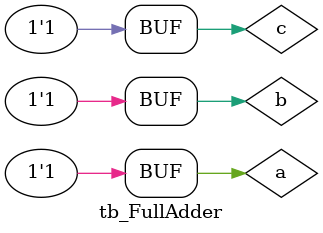
<source format=v>
`timescale 1ns / 1ps

module tb_FullAdder();
    reg a,b,c;
    wire S,C;
    
    FullAdder FA1(.a(a), .b(b), .c(c), .S(S), .C(C));
    
    // tb for all possible cases:
    initial begin
        a = 0;  b = 0;  c = 0;  #5;
        a = 0;  b = 0;  c = 1;  #5;
        a = 0;  b = 1;  c = 0;  #5;
        a = 0;  b = 1;  c = 1;  #5;
        
        a = 1;  b = 0;  c = 0;  #5;
        a = 1;  b = 0;  c = 1;  #5;
        a = 1;  b = 1;  c = 0;  #5;
        a = 1;  b = 1;  c = 1;  #5;
    end
endmodule

</source>
